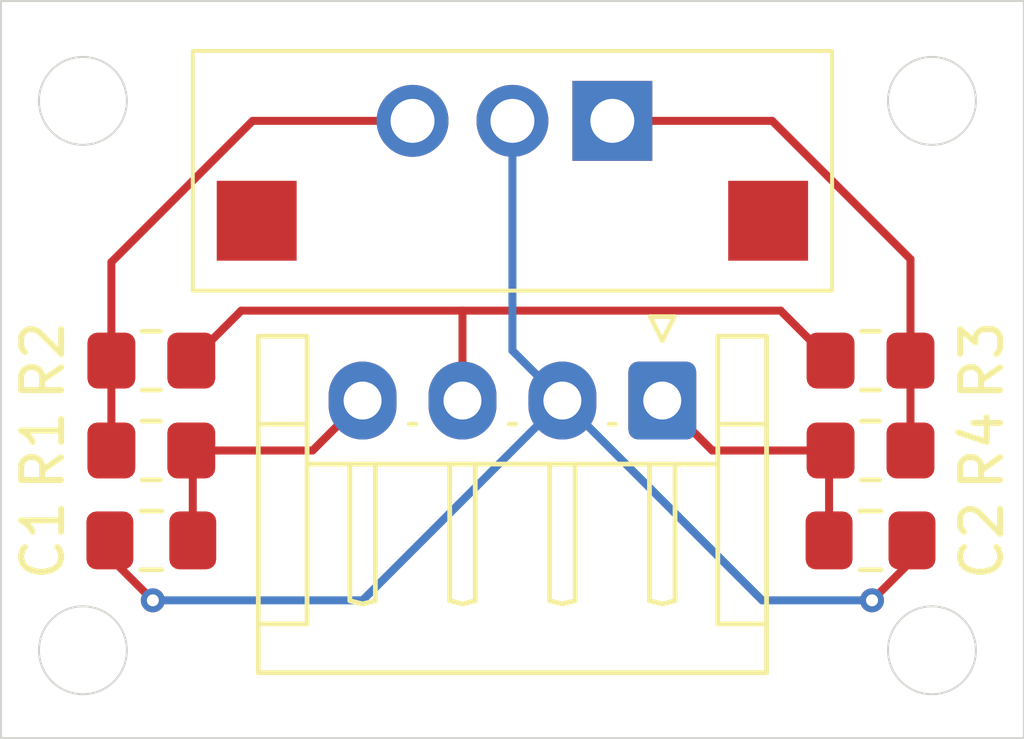
<source format=kicad_pcb>
(kicad_pcb (version 20241229) (generator "pcbnew") (generator_version "9.0")
  (layers (0 "F.Cu" signal) (2 "B.Cu" signal) (13 "F.Paste" user) (15 "B.Paste" user) (5 "F.SilkS" user "F.Silkscreen") (7 "B.SilkS" user "B.Silkscreen") (1 "F.Mask" user) (3 "B.Mask" user) (25 "Edge.Cuts" user))
  (net 0 "")
  (net 1 "/EnB")
  (net 2 "GND")
  (net 3 "/EnA")
  (net 4 "Net-(EN1-PadB)")
  (net 5 "Net-(EN1-PadA)")
  (net 6 "/5V")
  (footprint "Resistor_SMD:R_0805_2012Metric_Pad1.20x1.40mm_HandSolder" (layer "F.Cu") (at 155.9625 116.25)
    (property "Reference" "R4" (at 2.7875 0 90) (layer "F.SilkS"))
    (property "Value" "10kΩ" (hide yes))
    (fp_line (start -0.227064 -0.735) (end 0.227064 -0.735) (stroke (width 0.12)) (layer "F.SilkS"))
    (fp_line (start -0.227064 0.735) (end 0.227064 0.735) (stroke (width 0.12)) (layer "F.SilkS"))
    (pad "1" smd roundrect (at -1 0) (size 1.2 1.4) (layers "F.Cu" "F.Mask" "F.Paste") (roundrect_rratio 0.208333) (net 3 "/EnA"))
    (pad "2" smd roundrect (at 1 0) (size 1.2 1.4) (layers "F.Cu" "F.Mask" "F.Paste") (roundrect_rratio 0.208333) (net 5 "Net-(EN1-PadA)"))
  )
  (footprint "Capacitor_SMD:C_0805_2012Metric_Pad1.18x1.45mm_HandSolder" (layer "F.Cu") (at 155.9625 118.5)
    (property "Reference" "C2" (at 2.7875 0 90) (layer "F.SilkS"))
    (property "Value" "10nF" (hide yes))
    (fp_line (start -0.261252 -0.735) (end 0.261252 -0.735) (stroke (width 0.12)) (layer "F.SilkS"))
    (fp_line (start -0.261252 0.735) (end 0.261252 0.735) (stroke (width 0.12)) (layer "F.SilkS"))
    (pad "1" smd roundrect (at -1.0375 0) (size 1.175 1.45) (layers "F.Cu" "F.Mask" "F.Paste") (roundrect_rratio 0.212766) (net 3 "/EnA"))
    (pad "2" smd roundrect (at 1.0375 0) (size 1.175 1.45) (layers "F.Cu" "F.Mask" "F.Paste") (roundrect_rratio 0.212766) (net 2 "GND"))
  )
  (footprint "Connector_JST:JST_EH_S4B-EH_1x04_P2.50mm_Horizontal" (layer "F.Cu") (at 150.75 115 180)
    (property "Reference" "J1" (hide yes))
    (property "Value" "Conn_01x04_Pin" (hide yes))
    (fp_line (start 10.11 1.61) (end 8.89 1.61) (stroke (width 0.12)) (layer "F.SilkS"))
    (fp_line (start 10.11 -5.59) (end 8.89 -5.59) (stroke (width 0.12)) (layer "F.SilkS"))
    (fp_line (start 10.11 -6.81) (end 10.11 1.61) (stroke (width 0.12)) (layer "F.SilkS"))
    (fp_line (start 8.89 1.61) (end 8.89 -0.59) (stroke (width 0.12)) (layer "F.SilkS"))
    (fp_line (start 8.89 -0.59) (end 10.11 -0.59) (stroke (width 0.12)) (layer "F.SilkS"))
    (fp_line (start 8.89 -5.59) (end 8.89 -0.59) (stroke (width 0.12)) (layer "F.SilkS"))
    (fp_line (start 7.82 -1.59) (end 7.5 -1.59) (stroke (width 0.12)) (layer "F.SilkS"))
    (fp_line (start 7.82 -5.01) (end 7.82 -1.59) (stroke (width 0.12)) (layer "F.SilkS"))
    (fp_line (start 7.5 -1.59) (end 7.18 -1.59) (stroke (width 0.12)) (layer "F.SilkS"))
    (fp_line (start 7.5 -5.09) (end 7.82 -5.01) (stroke (width 0.12)) (layer "F.SilkS"))
    (fp_line (start 7.18 -1.59) (end 7.18 -5.01) (stroke (width 0.12)) (layer "F.SilkS"))
    (fp_line (start 7.18 -5.01) (end 7.5 -5.09) (stroke (width 0.12)) (layer "F.SilkS"))
    (fp_line (start 6.17 -0.59) (end 6.33 -0.59) (stroke (width 0.12)) (layer "F.SilkS"))
    (fp_line (start 5.32 -1.59) (end 5 -1.59) (stroke (width 0.12)) (layer "F.SilkS"))
    (fp_line (start 5.32 -5.01) (end 5.32 -1.59) (stroke (width 0.12)) (layer "F.SilkS"))
    (fp_line (start 5 -1.59) (end 4.68 -1.59) (stroke (width 0.12)) (layer "F.SilkS"))
    (fp_line (start 5 -5.09) (end 5.32 -5.01) (stroke (width 0.12)) (layer "F.SilkS"))
    (fp_line (start 4.68 -1.59) (end 4.68 -5.01) (stroke (width 0.12)) (layer "F.SilkS"))
    (fp_line (start 4.68 -5.01) (end 5 -5.09) (stroke (width 0.12)) (layer "F.SilkS"))
    (fp_line (start 3.67 -0.59) (end 3.83 -0.59) (stroke (width 0.12)) (layer "F.SilkS"))
    (fp_line (start 2.82 -1.59) (end 2.5 -1.59) (stroke (width 0.12)) (layer "F.SilkS"))
    (fp_line (start 2.82 -5.01) (end 2.82 -1.59) (stroke (width 0.12)) (layer "F.SilkS"))
    (fp_line (start 2.5 -1.59) (end 2.18 -1.59) (stroke (width 0.12)) (layer "F.SilkS"))
    (fp_line (start 2.5 -5.09) (end 2.82 -5.01) (stroke (width 0.12)) (layer "F.SilkS"))
    (fp_line (start 2.18 -1.59) (end 2.18 -5.01) (stroke (width 0.12)) (layer "F.SilkS"))
    (fp_line (start 2.18 -5.01) (end 2.5 -5.09) (stroke (width 0.12)) (layer "F.SilkS"))
    (fp_line (start 1.17 -0.59) (end 1.33 -0.59) (stroke (width 0.12)) (layer "F.SilkS"))
    (fp_line (start 0.32 -1.59) (end 0 -1.59) (stroke (width 0.12)) (layer "F.SilkS"))
    (fp_line (start 0.32 -5.01) (end 0.32 -1.59) (stroke (width 0.12)) (layer "F.SilkS"))
    (fp_line (start 0.3 2.1) (end 0 1.5) (stroke (width 0.12)) (layer "F.SilkS"))
    (fp_line (start 0 1.5) (end -0.3 2.1) (stroke (width 0.12)) (layer "F.SilkS"))
    (fp_line (start 0 -1.59) (end -0.32 -1.59) (stroke (width 0.12)) (layer "F.SilkS"))
    (fp_line (start 0 -5.09) (end 0.32 -5.01) (stroke (width 0.12)) (layer "F.SilkS"))
    (fp_line (start -0.3 2.1) (end 0.3 2.1) (stroke (width 0.12)) (layer "F.SilkS"))
    (fp_line (start -0.32 -1.59) (end -0.32 -5.01) (stroke (width 0.12)) (layer "F.SilkS"))
    (fp_line (start -0.32 -5.01) (end 0 -5.09) (stroke (width 0.12)) (layer "F.SilkS"))
    (fp_line (start -1.39 1.61) (end -2.61 1.61) (stroke (width 0.12)) (layer "F.SilkS"))
    (fp_line (start -1.39 -0.59) (end -1.39 1.61) (stroke (width 0.12)) (layer "F.SilkS"))
    (fp_line (start -1.39 -0.59) (end -2.61 -0.59) (stroke (width 0.12)) (layer "F.SilkS"))
    (fp_line (start -1.39 -1.59) (end 8.89 -1.59) (stroke (width 0.12)) (layer "F.SilkS"))
    (fp_line (start -1.39 -5.59) (end -1.39 -0.59) (stroke (width 0.12)) (layer "F.SilkS"))
    (fp_line (start -2.61 1.61) (end -2.61 -6.81) (stroke (width 0.12)) (layer "F.SilkS"))
    (fp_line (start -2.61 -5.59) (end -1.39 -5.59) (stroke (width 0.12)) (layer "F.SilkS"))
    (fp_line (start -2.61 -6.81) (end 10.11 -6.81) (stroke (width 0.12)) (layer "F.SilkS"))
    (pad "1" thru_hole roundrect (at 0 0 180) (size 1.7 1.95) (drill 0.95) (layers "*.Cu" "*.Mask") (roundrect_rratio 0.147059) (net 3 "/EnA"))
    (pad "2" thru_hole oval (at 2.5 0 180) (size 1.7 1.95) (drill 0.95) (layers "*.Cu" "*.Mask") (net 2 "GND"))
    (pad "3" thru_hole oval (at 5 0 180) (size 1.7 1.95) (drill 0.95) (layers "*.Cu" "*.Mask") (net 6 "/5V"))
    (pad "4" thru_hole oval (at 7.5 0 180) (size 1.7 1.95) (drill 0.95) (layers "*.Cu" "*.Mask") (net 1 "/EnB"))
  )
  (footprint "Resistor_SMD:R_0805_2012Metric_Pad1.20x1.40mm_HandSolder" (layer "F.Cu") (at 155.9625 114 180)
    (property "Reference" "R3" (at -2.7875 0 90) (layer "F.SilkS"))
    (property "Value" "10kΩ" (hide yes))
    (fp_line (start -0.227064 0.735) (end 0.227064 0.735) (stroke (width 0.12)) (layer "F.SilkS"))
    (fp_line (start -0.227064 -0.735) (end 0.227064 -0.735) (stroke (width 0.12)) (layer "F.SilkS"))
    (pad "1" smd roundrect (at -1 0 180) (size 1.2 1.4) (layers "F.Cu" "F.Mask" "F.Paste") (roundrect_rratio 0.208333) (net 5 "Net-(EN1-PadA)"))
    (pad "2" smd roundrect (at 1 0 180) (size 1.2 1.4) (layers "F.Cu" "F.Mask" "F.Paste") (roundrect_rratio 0.208333) (net 6 "/5V"))
  )
  (footprint "Resistor_SMD:R_0805_2012Metric_Pad1.20x1.40mm_HandSolder" (layer "F.Cu") (at 137.9625 114)
    (property "Reference" "R2" (at -2.7125 0 90) (layer "F.SilkS"))
    (property "Value" "10kΩ" (hide yes))
    (fp_line (start -0.227064 -0.735) (end 0.227064 -0.735) (stroke (width 0.12)) (layer "F.SilkS"))
    (fp_line (start -0.227064 0.735) (end 0.227064 0.735) (stroke (width 0.12)) (layer "F.SilkS"))
    (pad "1" smd roundrect (at -1 0) (size 1.2 1.4) (layers "F.Cu" "F.Mask" "F.Paste") (roundrect_rratio 0.208333) (net 4 "Net-(EN1-PadB)"))
    (pad "2" smd roundrect (at 1 0) (size 1.2 1.4) (layers "F.Cu" "F.Mask" "F.Paste") (roundrect_rratio 0.208333) (net 6 "/5V"))
  )
  (footprint "Capacitor_SMD:C_0805_2012Metric_Pad1.18x1.45mm_HandSolder" (layer "F.Cu") (at 137.9625 118.5)
    (property "Reference" "C1" (at -2.7125 0 90) (layer "F.SilkS"))
    (property "Value" "10nF" (hide yes))
    (fp_line (start -0.261252 -0.735) (end 0.261252 -0.735) (stroke (width 0.12)) (layer "F.SilkS"))
    (fp_line (start -0.261252 0.735) (end 0.261252 0.735) (stroke (width 0.12)) (layer "F.SilkS"))
    (pad "1" smd roundrect (at -1.0375 0) (size 1.175 1.45) (layers "F.Cu" "F.Mask" "F.Paste") (roundrect_rratio 0.212766) (net 2 "GND"))
    (pad "2" smd roundrect (at 1.0375 0) (size 1.175 1.45) (layers "F.Cu" "F.Mask" "F.Paste") (roundrect_rratio 0.212766) (net 1 "/EnB"))
  )
  (footprint "11CEY25F243A:RotaryEncoder_CTS_11CE_NoSwitch" (layer "F.Cu") (at 149.5 108 90)
    (property "Reference" "EN1" (hide yes))
    (property "Value" "11CE" (hide yes))
    (fp_rect (start -4.25 -10.5) (end 1.75 5.5) (stroke (width 0.1)) (fill no) (layer "F.SilkS"))
    (pad "1" smd rect (at -2.5 -8.9 90) (size 2 2) (layers "F.Cu" "F.Mask" "F.Paste"))
    (pad "2" smd rect (at -2.5 3.9 90) (size 2 2) (layers "F.Cu" "F.Mask" "F.Paste"))
    (pad "A" thru_hole rect (at 0 0 90) (size 2 2) (drill 1.1) (layers "*.Cu" "*.Mask") (net 5 "Net-(EN1-PadA)"))
    (pad "B" thru_hole circle (at 0 -5 90) (size 1.8 1.8) (drill 1.1) (layers "*.Cu" "*.Mask") (net 4 "Net-(EN1-PadB)"))
    (pad "C" thru_hole circle (at 0 -2.5 90) (size 1.8 1.8) (drill 1.1) (layers "*.Cu" "*.Mask") (net 2 "GND"))
  )
  (footprint "Resistor_SMD:R_0805_2012Metric_Pad1.20x1.40mm_HandSolder" (layer "F.Cu") (at 137.9625 116.25)
    (property "Reference" "R1" (at -2.7125 0 90) (layer "F.SilkS"))
    (property "Value" "10kΩ" (hide yes))
    (fp_line (start -0.227064 -0.735) (end 0.227064 -0.735) (stroke (width 0.12)) (layer "F.SilkS"))
    (fp_line (start -0.227064 0.735) (end 0.227064 0.735) (stroke (width 0.12)) (layer "F.SilkS"))
    (pad "1" smd roundrect (at -1 0) (size 1.2 1.4) (layers "F.Cu" "F.Mask" "F.Paste") (roundrect_rratio 0.208333) (net 4 "Net-(EN1-PadB)"))
    (pad "2" smd roundrect (at 1 0) (size 1.2 1.4) (layers "F.Cu" "F.Mask" "F.Paste") (roundrect_rratio 0.208333) (net 1 "/EnB"))
  )
  (gr_rect (start 134.2 105) (end 159.8 123.45) (stroke (width 0.05)) (fill no) (layer "Edge.Cuts"))
  (gr_circle (center 136.25 121.25) (end 137.35 121.25) (stroke (width 0.05)) (fill no) (layer "Edge.Cuts"))
  (gr_circle (center 157.5 121.25) (end 158.6 121.25) (stroke (width 0.05)) (fill no) (layer "Edge.Cuts"))
  (gr_circle (center 157.5 107.5) (end 158.6 107.5) (stroke (width 0.05)) (fill no) (layer "Edge.Cuts"))
  (gr_circle (center 136.25 107.5) (end 137.35 107.5) (stroke (width 0.05)) (fill no) (layer "Edge.Cuts"))
  (segment (start 138.9625 116.25) (end 142 116.25) (width 0.2) (layer "F.Cu") (net 1))
  (segment (start 139 116.2875) (end 138.9625 116.25) (width 0.2) (layer "F.Cu") (net 1))
  (segment (start 139 118.5) (end 139 116.2875) (width 0.2) (layer "F.Cu") (net 1))
  (segment (start 142 116.25) (end 143.25 115) (width 0.2) (layer "F.Cu") (net 1))
  (segment (start 136.925 118.925) (end 138 120) (width 0.2) (layer "F.Cu") (net 2))
  (segment (start 136.925 118.5) (end 136.925 118.925) (width 0.2) (layer "F.Cu") (net 2))
  (segment (start 157 118.5) (end 157 119) (width 0.2) (layer "F.Cu") (net 2))
  (segment (start 157 119) (end 156 120) (width 0.2) (layer "F.Cu") (net 2))
  (via (at 156 120) (size 0.6) (drill 0.3) (layers "F.Cu" "B.Cu") (net 2))
  (via (at 138 120) (size 0.6) (drill 0.3) (layers "F.Cu" "B.Cu") (net 2))
  (segment (start 138 120) (end 143.25 120) (width 0.2) (layer "B.Cu") (net 2))
  (segment (start 148.25 115) (end 153.25 120) (width 0.2) (layer "B.Cu") (net 2))
  (segment (start 143.25 120) (end 148.25 115) (width 0.2) (layer "B.Cu") (net 2))
  (segment (start 153.25 120) (end 156 120) (width 0.2) (layer "B.Cu") (net 2))
  (segment (start 147 108) (end 147 113.75) (width 0.2) (layer "B.Cu") (net 2))
  (segment (start 147 113.75) (end 148.25 115) (width 0.2) (layer "B.Cu") (net 2))
  (segment (start 152 116.25) (end 150.75 115) (width 0.2) (layer "F.Cu") (net 3))
  (segment (start 154.925 118.5) (end 154.925 116.2875) (width 0.2) (layer "F.Cu") (net 3))
  (segment (start 154.9625 116.25) (end 152 116.25) (width 0.2) (layer "F.Cu") (net 3))
  (segment (start 154.925 116.2875) (end 154.9625 116.25) (width 0.2) (layer "F.Cu") (net 3))
  (segment (start 136.9625 111.5355) (end 140.498 108) (width 0.2) (layer "F.Cu") (net 4))
  (segment (start 140.498 108) (end 144.5 108) (width 0.2) (layer "F.Cu") (net 4))
  (segment (start 136.9625 116.25) (end 136.9625 114) (width 0.2) (layer "F.Cu") (net 4))
  (segment (start 136.9625 114) (end 136.9625 111.5355) (width 0.2) (layer "F.Cu") (net 4))
  (segment (start 149.5 108) (end 153.502 108) (width 0.2) (layer "F.Cu") (net 5))
  (segment (start 153.502 108) (end 156.9625 111.4605) (width 0.2) (layer "F.Cu") (net 5))
  (segment (start 156.9625 111.4605) (end 156.9625 114) (width 0.2) (layer "F.Cu") (net 5))
  (segment (start 156.9625 114) (end 156.9625 116.25) (width 0.2) (layer "F.Cu") (net 5))
  (segment (start 140.2125 112.75) (end 138.9625 114) (width 0.2) (layer "F.Cu") (net 6))
  (segment (start 153.7125 112.75) (end 145.75 112.75) (width 0.2) (layer "F.Cu") (net 6))
  (segment (start 145.75 112.75) (end 140.2125 112.75) (width 0.2) (layer "F.Cu") (net 6))
  (segment (start 154.9625 114) (end 153.7125 112.75) (width 0.2) (layer "F.Cu") (net 6))
  (segment (start 145.75 115) (end 145.75 112.75) (width 0.2) (layer "F.Cu") (net 6))
)
</source>
